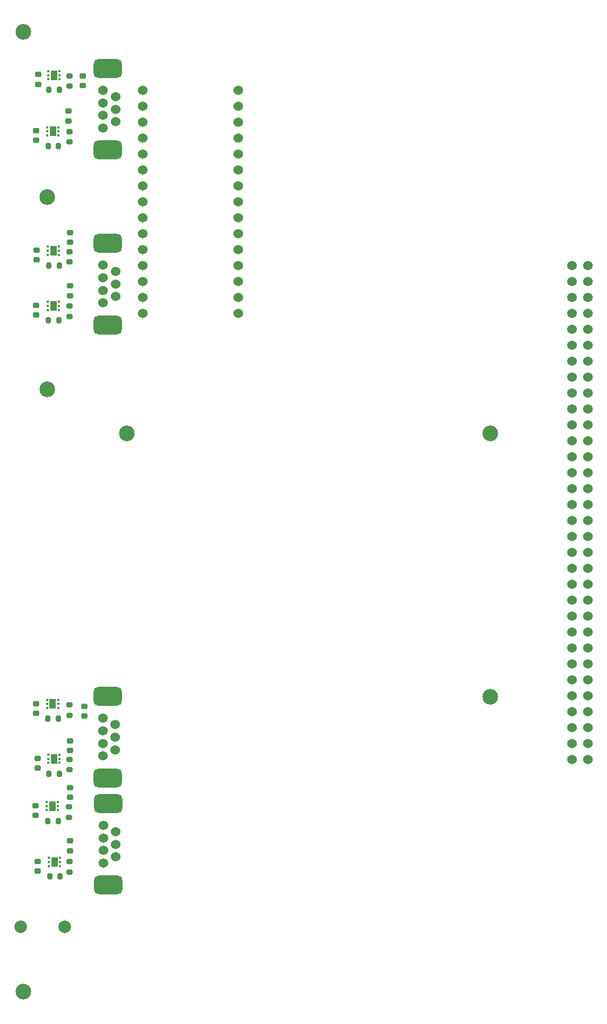
<source format=gbr>
%TF.GenerationSoftware,KiCad,Pcbnew,(6.0.6)*%
%TF.CreationDate,2023-01-12T23:41:02-06:00*%
%TF.ProjectId,bkm-129x-simple,626b6d2d-3132-4397-982d-73696d706c65,rev?*%
%TF.SameCoordinates,Original*%
%TF.FileFunction,Soldermask,Bot*%
%TF.FilePolarity,Negative*%
%FSLAX46Y46*%
G04 Gerber Fmt 4.6, Leading zero omitted, Abs format (unit mm)*
G04 Created by KiCad (PCBNEW (6.0.6)) date 2023-01-12 23:41:02*
%MOMM*%
%LPD*%
G01*
G04 APERTURE LIST*
G04 Aperture macros list*
%AMRoundRect*
0 Rectangle with rounded corners*
0 $1 Rounding radius*
0 $2 $3 $4 $5 $6 $7 $8 $9 X,Y pos of 4 corners*
0 Add a 4 corners polygon primitive as box body*
4,1,4,$2,$3,$4,$5,$6,$7,$8,$9,$2,$3,0*
0 Add four circle primitives for the rounded corners*
1,1,$1+$1,$2,$3*
1,1,$1+$1,$4,$5*
1,1,$1+$1,$6,$7*
1,1,$1+$1,$8,$9*
0 Add four rect primitives between the rounded corners*
20,1,$1+$1,$2,$3,$4,$5,0*
20,1,$1+$1,$4,$5,$6,$7,0*
20,1,$1+$1,$6,$7,$8,$9,0*
20,1,$1+$1,$8,$9,$2,$3,0*%
G04 Aperture macros list end*
%ADD10C,1.524000*%
%ADD11RoundRect,0.750000X-1.500000X0.750000X-1.500000X-0.750000X1.500000X-0.750000X1.500000X0.750000X0*%
%ADD12C,2.500000*%
%ADD13C,2.000000*%
%ADD14RoundRect,0.225000X0.250000X-0.225000X0.250000X0.225000X-0.250000X0.225000X-0.250000X-0.225000X0*%
%ADD15RoundRect,0.200000X-0.275000X0.200000X-0.275000X-0.200000X0.275000X-0.200000X0.275000X0.200000X0*%
%ADD16RoundRect,0.200000X0.200000X0.275000X-0.200000X0.275000X-0.200000X-0.275000X0.200000X-0.275000X0*%
%ADD17RoundRect,0.093750X0.093750X0.106250X-0.093750X0.106250X-0.093750X-0.106250X0.093750X-0.106250X0*%
%ADD18R,1.000000X1.600000*%
%ADD19RoundRect,0.225000X-0.250000X0.225000X-0.250000X-0.225000X0.250000X-0.225000X0.250000X0.225000X0*%
G04 APERTURE END LIST*
D10*
%TO.C,U3*%
X104320000Y-74895000D03*
X104320000Y-72355000D03*
X104320000Y-69815000D03*
X104320000Y-67275000D03*
X104320000Y-64735000D03*
X104320000Y-62195000D03*
X104320000Y-59655000D03*
X104320000Y-57115000D03*
X104320000Y-54575000D03*
X104320000Y-52035000D03*
X104320000Y-49495000D03*
X104320000Y-46955000D03*
X104320000Y-44415000D03*
X104320000Y-41875000D03*
X104320000Y-39335000D03*
X89080000Y-39335000D03*
X89080000Y-41875000D03*
X89080000Y-44415000D03*
X89080000Y-46955000D03*
X89080000Y-49495000D03*
X89080000Y-52035000D03*
X89080000Y-54575000D03*
X89080000Y-57115000D03*
X89080000Y-59655000D03*
X89080000Y-62195000D03*
X89080000Y-64735000D03*
X89080000Y-67275000D03*
X89080000Y-69815000D03*
X89080000Y-72355000D03*
X89080000Y-74895000D03*
%TD*%
%TO.C,J5*%
X160135000Y-67200000D03*
X157595000Y-67200000D03*
X160135000Y-69740000D03*
X157595000Y-69740000D03*
X160135000Y-72280000D03*
X157595000Y-72280000D03*
X160135000Y-74820000D03*
X157595000Y-74820000D03*
X160135000Y-77360000D03*
X157595000Y-77360000D03*
X160135000Y-79900000D03*
X157595000Y-79900000D03*
X160135000Y-82440000D03*
X157595000Y-82440000D03*
X160135000Y-84980000D03*
X157595000Y-84980000D03*
X160135000Y-87520000D03*
X157595000Y-87520000D03*
X160135000Y-90060000D03*
X157595000Y-90060000D03*
X160135000Y-92600000D03*
X157595000Y-92600000D03*
X160135000Y-95140000D03*
X157595000Y-95140000D03*
X160135000Y-97680000D03*
X157595000Y-97680000D03*
X160135000Y-100220000D03*
X157595000Y-100220000D03*
X160135000Y-102760000D03*
X157595000Y-102760000D03*
X160135000Y-105300000D03*
X157595000Y-105300000D03*
X160135000Y-107840000D03*
X157595000Y-107840000D03*
X160135000Y-110380000D03*
X157595000Y-110380000D03*
X160135000Y-112920000D03*
X157595000Y-112920000D03*
X160135000Y-115460000D03*
X157595000Y-115460000D03*
X160135000Y-118000000D03*
X157595000Y-118000000D03*
X160135000Y-120540000D03*
X157595000Y-120540000D03*
X160135000Y-123080000D03*
X157595000Y-123080000D03*
X160135000Y-125620000D03*
X157595000Y-125620000D03*
X160135000Y-128160000D03*
X157595000Y-128160000D03*
X160135000Y-130700000D03*
X157595000Y-130700000D03*
X160135000Y-133240000D03*
X157595000Y-133240000D03*
X160135000Y-135780000D03*
X157595000Y-135780000D03*
X160135000Y-138320000D03*
X157595000Y-138320000D03*
X160135000Y-140860000D03*
X157595000Y-140860000D03*
X160135000Y-143400000D03*
X157595000Y-143400000D03*
X160135000Y-145940000D03*
X157595000Y-145940000D03*
%TD*%
%TO.C,CN2*%
X84687500Y-140410000D03*
X84787500Y-157490000D03*
X84687500Y-142410000D03*
X84787500Y-159490000D03*
X84687500Y-144410000D03*
X84787500Y-161490000D03*
X82687500Y-139410000D03*
X82787500Y-156490000D03*
X82687500Y-141410000D03*
X82787500Y-158490000D03*
X82687500Y-143410000D03*
X82787500Y-160490000D03*
X82687500Y-145410000D03*
X82787500Y-162490000D03*
D11*
X83537500Y-152990000D03*
X83437500Y-148910000D03*
X83437500Y-135910000D03*
X83537500Y-165990000D03*
%TD*%
D12*
%TO.C,REF\u002A\u002A*%
X70000000Y-183000000D03*
%TD*%
%TO.C,REF\u002A\u002A*%
X144500000Y-136000000D03*
%TD*%
%TO.C,REF\u002A\u002A*%
X73800000Y-87000000D03*
%TD*%
%TO.C,REF\u002A\u002A*%
X144500000Y-94000000D03*
%TD*%
%TO.C,REF\u002A\u002A*%
X86500000Y-94000000D03*
%TD*%
D10*
%TO.C,CN1*%
X84740000Y-40300000D03*
X84740000Y-68180000D03*
X84740000Y-42300000D03*
X84740000Y-70180000D03*
X84740000Y-44300000D03*
X84740000Y-72180000D03*
X82740000Y-39300000D03*
X82740000Y-67180000D03*
X82740000Y-41300000D03*
X82740000Y-69180000D03*
X82740000Y-43300000D03*
X82740000Y-71180000D03*
X82740000Y-45300000D03*
X82740000Y-73180000D03*
D11*
X83490000Y-35800000D03*
X83490000Y-76680000D03*
X83490000Y-48800000D03*
X83490000Y-63680000D03*
%TD*%
D13*
%TO.C,U14*%
X76600000Y-172625000D03*
X69600000Y-172625000D03*
%TD*%
D12*
%TO.C,REF\u002A\u002A*%
X73800000Y-56300000D03*
%TD*%
%TO.C,REF\u002A\u002A*%
X70000000Y-30000000D03*
%TD*%
D14*
%TO.C,C18*%
X72082500Y-47295000D03*
X72082500Y-45745000D03*
%TD*%
D15*
%TO.C,R45*%
X77377500Y-73695000D03*
X77377500Y-75345000D03*
%TD*%
D16*
%TO.C,R42*%
X75758750Y-148220000D03*
X74108750Y-148220000D03*
%TD*%
D14*
%TO.C,C17*%
X71988750Y-154855000D03*
X71988750Y-153305000D03*
%TD*%
%TO.C,C27*%
X77500000Y-144525000D03*
X77500000Y-142975000D03*
%TD*%
%TO.C,C28*%
X77470000Y-160500000D03*
X77470000Y-158950000D03*
%TD*%
D16*
%TO.C,R35*%
X75583750Y-155780000D03*
X73933750Y-155780000D03*
%TD*%
D17*
%TO.C,U7*%
X75720000Y-64220000D03*
X75720000Y-64870000D03*
X75720000Y-65520000D03*
X73945000Y-65520000D03*
X73945000Y-64870000D03*
X73945000Y-64220000D03*
D18*
X74832500Y-64870000D03*
%TD*%
D19*
%TO.C,C25*%
X79500000Y-36975000D03*
X79500000Y-38525000D03*
%TD*%
D16*
%TO.C,R32*%
X75760000Y-39200000D03*
X74110000Y-39200000D03*
%TD*%
D17*
%TO.C,U9*%
X75546250Y-152740000D03*
X75546250Y-153390000D03*
X75546250Y-154040000D03*
X73771250Y-154040000D03*
X73771250Y-153390000D03*
X73771250Y-152740000D03*
D18*
X74658750Y-153390000D03*
%TD*%
D17*
%TO.C,U13*%
X75870000Y-161650000D03*
X75870000Y-162300000D03*
X75870000Y-162950000D03*
X74095000Y-162950000D03*
X74095000Y-162300000D03*
X74095000Y-161650000D03*
D18*
X74982500Y-162300000D03*
%TD*%
D14*
%TO.C,C21*%
X72282500Y-163795000D03*
X72282500Y-162245000D03*
%TD*%
D17*
%TO.C,U6*%
X75792500Y-36240000D03*
X75792500Y-36890000D03*
X75792500Y-37540000D03*
X74017500Y-37540000D03*
X74017500Y-36890000D03*
X74017500Y-36240000D03*
D18*
X74905000Y-36890000D03*
%TD*%
D16*
%TO.C,R43*%
X75867500Y-164590000D03*
X74217500Y-164590000D03*
%TD*%
D15*
%TO.C,R38*%
X77343750Y-137260000D03*
X77343750Y-138910000D03*
%TD*%
D16*
%TO.C,R34*%
X75598750Y-139445000D03*
X73948750Y-139445000D03*
%TD*%
%TO.C,R41*%
X75672500Y-75970000D03*
X74022500Y-75970000D03*
%TD*%
%TO.C,R33*%
X75767500Y-67200000D03*
X74117500Y-67200000D03*
%TD*%
D14*
%TO.C,C24*%
X77470000Y-151975000D03*
X77470000Y-150425000D03*
%TD*%
D15*
%TO.C,R37*%
X77422500Y-65005000D03*
X77422500Y-66655000D03*
%TD*%
D14*
%TO.C,C26*%
X77500000Y-72025000D03*
X77500000Y-70475000D03*
%TD*%
%TO.C,C22*%
X77500000Y-63525000D03*
X77500000Y-61975000D03*
%TD*%
D17*
%TO.C,U8*%
X75581250Y-136475000D03*
X75581250Y-137125000D03*
X75581250Y-137775000D03*
X73806250Y-137775000D03*
X73806250Y-137125000D03*
X73806250Y-136475000D03*
D18*
X74693750Y-137125000D03*
%TD*%
D14*
%TO.C,C15*%
X72162500Y-66315000D03*
X72162500Y-64765000D03*
%TD*%
%TO.C,C20*%
X72313750Y-147335000D03*
X72313750Y-145785000D03*
%TD*%
D15*
%TO.C,R39*%
X77318750Y-153535000D03*
X77318750Y-155185000D03*
%TD*%
D17*
%TO.C,U12*%
X75791250Y-145210000D03*
X75791250Y-145860000D03*
X75791250Y-146510000D03*
X74016250Y-146510000D03*
X74016250Y-145860000D03*
X74016250Y-145210000D03*
D18*
X74903750Y-145860000D03*
%TD*%
D15*
%TO.C,R36*%
X77415000Y-36995000D03*
X77415000Y-38645000D03*
%TD*%
D14*
%TO.C,C14*%
X72355000Y-38345000D03*
X72355000Y-36795000D03*
%TD*%
%TO.C,C29*%
X77250000Y-44175000D03*
X77250000Y-42625000D03*
%TD*%
D15*
%TO.C,R47*%
X77352500Y-162265000D03*
X77352500Y-163915000D03*
%TD*%
D14*
%TO.C,C19*%
X72037500Y-75125000D03*
X72037500Y-73575000D03*
%TD*%
D16*
%TO.C,R40*%
X75627500Y-48150000D03*
X73977500Y-48150000D03*
%TD*%
D19*
%TO.C,C23*%
X79750000Y-137475000D03*
X79750000Y-139025000D03*
%TD*%
D15*
%TO.C,R44*%
X77362500Y-45885000D03*
X77362500Y-47535000D03*
%TD*%
D17*
%TO.C,U11*%
X75715000Y-73010000D03*
X75715000Y-73660000D03*
X75715000Y-74310000D03*
X73940000Y-74310000D03*
X73940000Y-73660000D03*
X73940000Y-73010000D03*
D18*
X74827500Y-73660000D03*
%TD*%
D14*
%TO.C,C16*%
X72043750Y-138620000D03*
X72043750Y-137070000D03*
%TD*%
D17*
%TO.C,U10*%
X75640000Y-45180000D03*
X75640000Y-45830000D03*
X75640000Y-46480000D03*
X73865000Y-46480000D03*
X73865000Y-45830000D03*
X73865000Y-45180000D03*
D18*
X74752500Y-45830000D03*
%TD*%
D15*
%TO.C,R46*%
X77353750Y-145945000D03*
X77353750Y-147595000D03*
%TD*%
M02*

</source>
